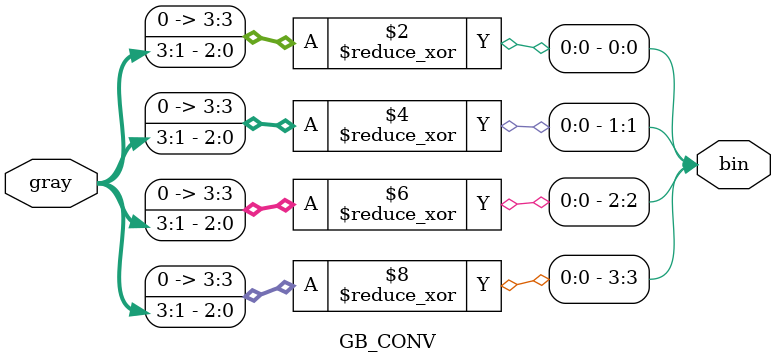
<source format=v>
`timescale 1ns / 1ps


module GB_CONV#(parameter size = 4)(
    bin,
    gray
    );
    
    output [size-1:0]bin;
    input [size-1:0]gray;
    
    genvar i;
    
    for(i=0; i<size; i=i+1)
    begin
        assign bin[i] =^ (gray>>1);
    end
endmodule

</source>
